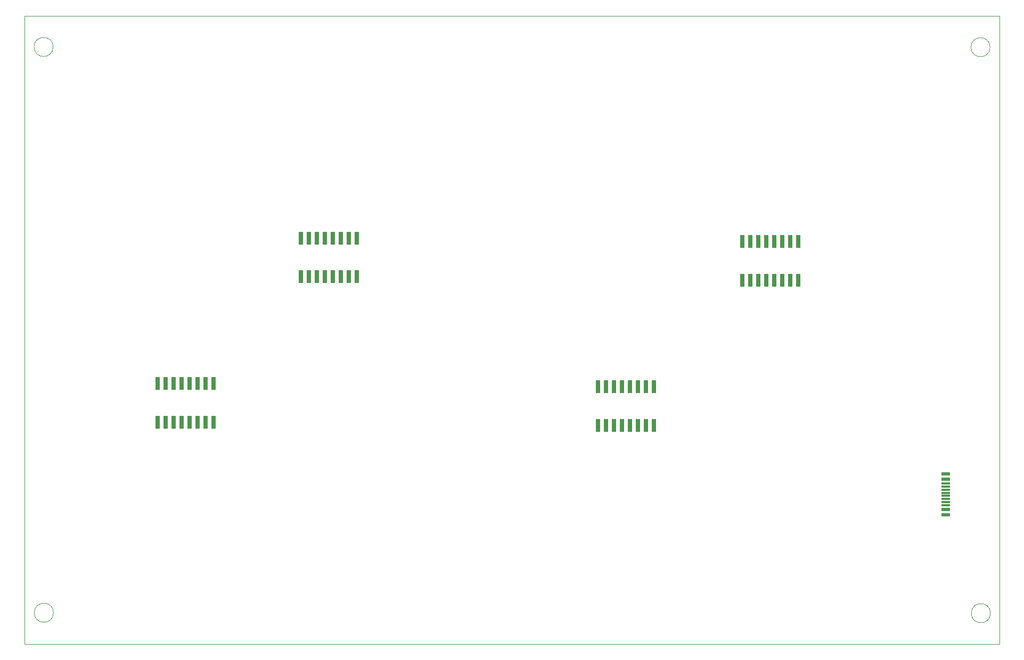
<source format=gbr>
%TF.GenerationSoftware,KiCad,Pcbnew,6.0.2+dfsg-1*%
%TF.CreationDate,2023-03-05T21:27:33-05:00*%
%TF.ProjectId,BFUSB_HUB,42465553-425f-4485-9542-2e6b69636164,rev?*%
%TF.SameCoordinates,Original*%
%TF.FileFunction,Paste,Top*%
%TF.FilePolarity,Positive*%
%FSLAX46Y46*%
G04 Gerber Fmt 4.6, Leading zero omitted, Abs format (unit mm)*
G04 Created by KiCad (PCBNEW 6.0.2+dfsg-1) date 2023-03-05 21:27:33*
%MOMM*%
%LPD*%
G01*
G04 APERTURE LIST*
%TA.AperFunction,Profile*%
%ADD10C,0.100000*%
%TD*%
%ADD11R,0.660400X2.032000*%
%ADD12R,1.450000X0.600000*%
%ADD13R,1.450000X0.300000*%
G04 APERTURE END LIST*
D10*
X75676843Y-108350000D02*
G75*
G03*
X75676843Y-108350000I-1526843J0D01*
G01*
X224648975Y-108425000D02*
G75*
G03*
X224648975Y-108425000I-1523975J0D01*
G01*
X224595691Y-18325000D02*
G75*
G03*
X224595691Y-18325000I-1520691J0D01*
G01*
X75620691Y-18275000D02*
G75*
G03*
X75620691Y-18275000I-1520691J0D01*
G01*
X71100000Y-13325000D02*
X226100000Y-13325000D01*
X226100000Y-13325000D02*
X226100000Y-113325000D01*
X226100000Y-113325000D02*
X71100000Y-113325000D01*
X71100000Y-113325000D02*
X71100000Y-13325000D01*
D11*
%TO.C,U3*%
X194095000Y-49251600D03*
X192825000Y-49251600D03*
X191555000Y-49251600D03*
X190285000Y-49251600D03*
X189015000Y-49251600D03*
X187745000Y-49251600D03*
X186475000Y-49251600D03*
X185205000Y-49251600D03*
X185205000Y-55398400D03*
X186475000Y-55398400D03*
X187745000Y-55398400D03*
X189015000Y-55398400D03*
X190285000Y-55398400D03*
X191555000Y-55398400D03*
X192825000Y-55398400D03*
X194095000Y-55398400D03*
%TD*%
%TO.C,U5*%
X92255000Y-78023400D03*
X93525000Y-78023400D03*
X94795000Y-78023400D03*
X96065000Y-78023400D03*
X97335000Y-78023400D03*
X98605000Y-78023400D03*
X99875000Y-78023400D03*
X101145000Y-78023400D03*
X101145000Y-71876600D03*
X99875000Y-71876600D03*
X98605000Y-71876600D03*
X97335000Y-71876600D03*
X96065000Y-71876600D03*
X94795000Y-71876600D03*
X93525000Y-71876600D03*
X92255000Y-71876600D03*
%TD*%
%TO.C,U2*%
X123895000Y-48701600D03*
X122625000Y-48701600D03*
X121355000Y-48701600D03*
X120085000Y-48701600D03*
X118815000Y-48701600D03*
X117545000Y-48701600D03*
X116275000Y-48701600D03*
X115005000Y-48701600D03*
X115005000Y-54848400D03*
X116275000Y-54848400D03*
X117545000Y-54848400D03*
X118815000Y-54848400D03*
X120085000Y-54848400D03*
X121355000Y-54848400D03*
X122625000Y-54848400D03*
X123895000Y-54848400D03*
%TD*%
D12*
%TO.C,J1*%
X217535000Y-92755000D03*
X217535000Y-91955000D03*
D13*
X217535000Y-90755000D03*
X217535000Y-89755000D03*
X217535000Y-89255000D03*
X217535000Y-88255000D03*
D12*
X217535000Y-87055000D03*
X217535000Y-86255000D03*
X217535000Y-86255000D03*
X217535000Y-87055000D03*
D13*
X217535000Y-87755000D03*
X217535000Y-88755000D03*
X217535000Y-90255000D03*
X217535000Y-91255000D03*
D12*
X217535000Y-91955000D03*
X217535000Y-92755000D03*
%TD*%
D11*
%TO.C,U4*%
X162280000Y-78521800D03*
X163550000Y-78521800D03*
X164820000Y-78521800D03*
X166090000Y-78521800D03*
X167360000Y-78521800D03*
X168630000Y-78521800D03*
X169900000Y-78521800D03*
X171170000Y-78521800D03*
X171170000Y-72375000D03*
X169900000Y-72375000D03*
X168630000Y-72375000D03*
X167360000Y-72375000D03*
X166090000Y-72375000D03*
X164820000Y-72375000D03*
X163550000Y-72375000D03*
X162280000Y-72375000D03*
%TD*%
M02*

</source>
